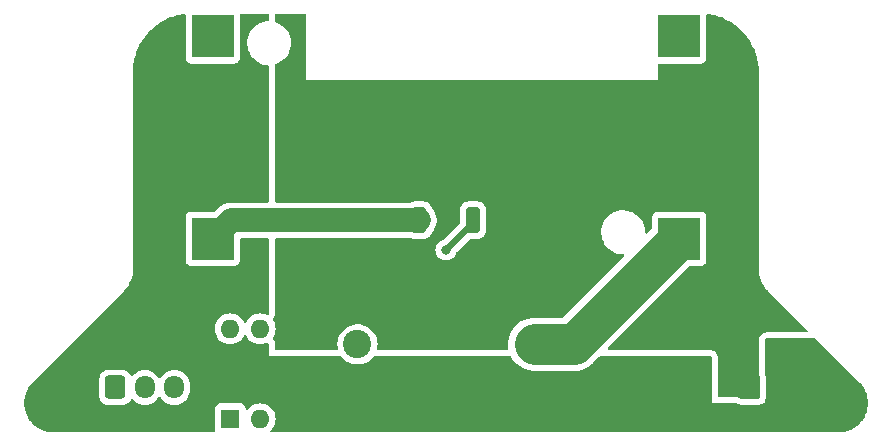
<source format=gbr>
%TF.GenerationSoftware,KiCad,Pcbnew,7.0.6*%
%TF.CreationDate,2023-09-03T00:14:34+09:00*%
%TF.ProjectId,KickerAdjust_20230828,4b69636b-6572-4416-946a-7573745f3230,rev?*%
%TF.SameCoordinates,Original*%
%TF.FileFunction,Copper,L2,Bot*%
%TF.FilePolarity,Positive*%
%FSLAX46Y46*%
G04 Gerber Fmt 4.6, Leading zero omitted, Abs format (unit mm)*
G04 Created by KiCad (PCBNEW 7.0.6) date 2023-09-03 00:14:34*
%MOMM*%
%LPD*%
G01*
G04 APERTURE LIST*
G04 Aperture macros list*
%AMRoundRect*
0 Rectangle with rounded corners*
0 $1 Rounding radius*
0 $2 $3 $4 $5 $6 $7 $8 $9 X,Y pos of 4 corners*
0 Add a 4 corners polygon primitive as box body*
4,1,4,$2,$3,$4,$5,$6,$7,$8,$9,$2,$3,0*
0 Add four circle primitives for the rounded corners*
1,1,$1+$1,$2,$3*
1,1,$1+$1,$4,$5*
1,1,$1+$1,$6,$7*
1,1,$1+$1,$8,$9*
0 Add four rect primitives between the rounded corners*
20,1,$1+$1,$2,$3,$4,$5,0*
20,1,$1+$1,$4,$5,$6,$7,0*
20,1,$1+$1,$6,$7,$8,$9,0*
20,1,$1+$1,$8,$9,$2,$3,0*%
G04 Aperture macros list end*
%TA.AperFunction,ComponentPad*%
%ADD10R,2.400000X2.400000*%
%TD*%
%TA.AperFunction,ComponentPad*%
%ADD11C,2.400000*%
%TD*%
%TA.AperFunction,ComponentPad*%
%ADD12R,1.600000X1.600000*%
%TD*%
%TA.AperFunction,ComponentPad*%
%ADD13O,1.600000X1.600000*%
%TD*%
%TA.AperFunction,ComponentPad*%
%ADD14R,3.600000X3.600000*%
%TD*%
%TA.AperFunction,SMDPad,CuDef*%
%ADD15RoundRect,0.250000X0.350000X-0.850000X0.350000X0.850000X-0.350000X0.850000X-0.350000X-0.850000X0*%
%TD*%
%TA.AperFunction,SMDPad,CuDef*%
%ADD16RoundRect,0.249997X2.650003X-2.950003X2.650003X2.950003X-2.650003X2.950003X-2.650003X-2.950003X0*%
%TD*%
%TA.AperFunction,SMDPad,CuDef*%
%ADD17RoundRect,0.250000X1.125000X-1.275000X1.125000X1.275000X-1.125000X1.275000X-1.125000X-1.275000X0*%
%TD*%
%TA.AperFunction,ComponentPad*%
%ADD18RoundRect,0.250000X-0.600000X-0.750000X0.600000X-0.750000X0.600000X0.750000X-0.600000X0.750000X0*%
%TD*%
%TA.AperFunction,ComponentPad*%
%ADD19O,1.700000X2.000000*%
%TD*%
%TA.AperFunction,ComponentPad*%
%ADD20RoundRect,0.250000X-0.600000X-0.725000X0.600000X-0.725000X0.600000X0.725000X-0.600000X0.725000X0*%
%TD*%
%TA.AperFunction,ComponentPad*%
%ADD21O,1.700000X1.950000*%
%TD*%
%TA.AperFunction,ViaPad*%
%ADD22C,0.800000*%
%TD*%
%TA.AperFunction,Conductor*%
%ADD23C,2.000000*%
%TD*%
%TA.AperFunction,Conductor*%
%ADD24C,3.500000*%
%TD*%
%TA.AperFunction,Conductor*%
%ADD25C,0.500000*%
%TD*%
G04 APERTURE END LIST*
D10*
%TO.P,C2,1*%
%TO.N,+36V*%
X92500000Y-123000000D03*
D11*
%TO.P,C2,2*%
%TO.N,GND*%
X92500000Y-118000000D03*
%TD*%
D12*
%TO.P,U1,1,Anode*%
%TO.N,Sig*%
X81725000Y-124300000D03*
D13*
%TO.P,U1,2,Cathode*%
%TO.N,GND*%
X84265000Y-124300000D03*
%TO.P,U1,3,Drain*%
%TO.N,Net-(Q1-G)*%
X84265000Y-116680000D03*
%TO.P,U1,4,Drain*%
X81725000Y-116680000D03*
%TD*%
D14*
%TO.P,U2,1,IN+*%
%TO.N,+5V*%
X80251500Y-91927500D03*
%TO.P,U2,2,IN-*%
%TO.N,GND*%
X80251500Y-109072500D03*
%TO.P,U2,3,OUT+*%
%TO.N,+36V*%
X119748500Y-91927500D03*
%TO.P,U2,4,OUT-*%
%TO.N,GND*%
X119748500Y-109072500D03*
%TD*%
D15*
%TO.P,Q1,1,G*%
%TO.N,Net-(Q1-G)*%
X102280000Y-107500000D03*
%TO.P,Q1,2,D*%
%TO.N,Solenoid*%
X100000000Y-107500000D03*
%TO.P,Q1,3,S*%
%TO.N,GND*%
X97720000Y-107500000D03*
D16*
%TO.P,Q1,2,D*%
%TO.N,Solenoid*%
X100000000Y-101200000D03*
D17*
X98475000Y-99525000D03*
X101525000Y-102875000D03*
X101525000Y-99525000D03*
X98475000Y-102875000D03*
%TD*%
D18*
%TO.P,J2,1,Pin_1*%
%TO.N,Solenoid*%
X125750000Y-121650000D03*
D19*
%TO.P,J2,2,Pin_2*%
%TO.N,+36V*%
X128250000Y-121650000D03*
%TD*%
D20*
%TO.P,J1,1,Pin_1*%
%TO.N,Sig*%
X72000000Y-121650000D03*
D21*
%TO.P,J1,2,Pin_2*%
%TO.N,+5V*%
X74500000Y-121650000D03*
%TO.P,J1,3,Pin_3*%
%TO.N,GND*%
X77000000Y-121650000D03*
%TD*%
D10*
%TO.P,C1,1*%
%TO.N,+36V*%
X107500000Y-123000000D03*
D11*
%TO.P,C1,2*%
%TO.N,GND*%
X107500000Y-118000000D03*
%TD*%
D22*
%TO.N,+36V*%
X89000000Y-121500000D03*
X89000000Y-123000000D03*
X89000000Y-124500000D03*
X90500000Y-124500000D03*
X90500000Y-123000000D03*
X90500000Y-121500000D03*
X94500000Y-121500000D03*
X94500000Y-123000000D03*
X94500000Y-124500000D03*
X96000000Y-124500000D03*
X96000000Y-123000000D03*
X96000000Y-121500000D03*
X97500000Y-121500000D03*
X97500000Y-123000000D03*
X97500000Y-124500000D03*
X99000000Y-124500000D03*
X99000000Y-123000000D03*
X99000000Y-121500000D03*
X100500000Y-121500000D03*
X100500000Y-123000000D03*
X100500000Y-124500000D03*
X102000000Y-124500000D03*
X102000000Y-123000000D03*
X102000000Y-121500000D03*
X103500000Y-121500000D03*
X103500000Y-123000000D03*
X103500000Y-124500000D03*
X105000000Y-124500000D03*
X105000000Y-123000000D03*
X105000000Y-121500000D03*
X109500000Y-121500000D03*
X109500000Y-123000000D03*
X109500000Y-124500000D03*
X111000000Y-124500000D03*
X111000000Y-123000000D03*
X111000000Y-121500000D03*
X112500000Y-121500000D03*
X112500000Y-123000000D03*
X112500000Y-124500000D03*
X114000000Y-124500000D03*
X114000000Y-123000000D03*
X114000000Y-120000000D03*
X114000000Y-121500000D03*
X127500000Y-118500000D03*
X129000000Y-118500000D03*
X130500000Y-118500000D03*
X130500000Y-120000000D03*
X132000000Y-120000000D03*
X133500000Y-121500000D03*
X132000000Y-121500000D03*
X130500000Y-121500000D03*
X130500000Y-123000000D03*
X132000000Y-123000000D03*
X133500000Y-123000000D03*
X133500000Y-124500000D03*
X132000000Y-124500000D03*
X130500000Y-124500000D03*
X129000000Y-124500000D03*
X127500000Y-124500000D03*
X126000000Y-124500000D03*
X124500000Y-124500000D03*
X123000000Y-124500000D03*
X121500000Y-124500000D03*
X121500000Y-123000000D03*
X120000000Y-123000000D03*
X120000000Y-124500000D03*
X118500000Y-124500000D03*
X117000000Y-124500000D03*
X115500000Y-124500000D03*
X115500000Y-123000000D03*
X117000000Y-123000000D03*
X118500000Y-123000000D03*
X118500000Y-121500000D03*
X117000000Y-121500000D03*
X115500000Y-121500000D03*
X115500000Y-120000000D03*
X117000000Y-120000000D03*
X118500000Y-120000000D03*
X120000000Y-120000000D03*
X120000000Y-121500000D03*
X121500000Y-121500000D03*
X121500000Y-120000000D03*
%TO.N,Solenoid*%
X109000000Y-105500000D03*
X109000000Y-104000000D03*
X110500000Y-105500000D03*
X110500000Y-104000000D03*
X110500000Y-102500000D03*
X112000000Y-104000000D03*
X112000000Y-102500000D03*
X112000000Y-101000000D03*
X116500000Y-99500000D03*
X113500000Y-102500000D03*
X113500000Y-101000000D03*
X113500000Y-99500000D03*
X115000000Y-101000000D03*
X115000000Y-99500000D03*
X115000000Y-98000000D03*
X116500000Y-98000000D03*
X116500000Y-96500000D03*
X91000000Y-101000000D03*
X91000000Y-99500000D03*
X91000000Y-98000000D03*
X91000000Y-96500000D03*
X89500000Y-96500000D03*
X89500000Y-98000000D03*
X89500000Y-99500000D03*
X89500000Y-101000000D03*
X89500000Y-104000000D03*
X91000000Y-104000000D03*
X91000000Y-102500000D03*
X89500000Y-102500000D03*
X86500000Y-102500000D03*
X86500000Y-101000000D03*
X86500000Y-99500000D03*
X86500000Y-98000000D03*
X86500000Y-96500000D03*
X88000000Y-96500000D03*
X88000000Y-98000000D03*
X88000000Y-99500000D03*
X88000000Y-101000000D03*
X88000000Y-102500000D03*
X88000000Y-104000000D03*
X86500000Y-104000000D03*
X86500000Y-105500000D03*
X88000000Y-105500000D03*
X89500000Y-105500000D03*
X91000000Y-105500000D03*
X92500000Y-105500000D03*
X92500000Y-104000000D03*
X92500000Y-102500000D03*
X92500000Y-101000000D03*
X92500000Y-99500000D03*
X92500000Y-98000000D03*
X92500000Y-96500000D03*
X94000000Y-96500000D03*
X94000000Y-98000000D03*
X94000000Y-99500000D03*
X94000000Y-101000000D03*
X94000000Y-102500000D03*
X94000000Y-104000000D03*
X94000000Y-105500000D03*
X95500000Y-105500000D03*
X95500000Y-104000000D03*
X95500000Y-102500000D03*
X95500000Y-101000000D03*
X95500000Y-99500000D03*
X95500000Y-98000000D03*
X95500000Y-96500000D03*
X97000000Y-96500000D03*
X98500000Y-96500000D03*
X100000000Y-96500000D03*
X101500000Y-96500000D03*
X103000000Y-96500000D03*
X106000000Y-101000000D03*
X106000000Y-99500000D03*
X106000000Y-98000000D03*
X106000000Y-96500000D03*
X104500000Y-96500000D03*
X104500000Y-98000000D03*
X104500000Y-99500000D03*
X104500000Y-101000000D03*
X104500000Y-102500000D03*
X106000000Y-102500000D03*
X106000000Y-104000000D03*
X104500000Y-104000000D03*
X104500000Y-105500000D03*
X106000000Y-105500000D03*
X107500000Y-105500000D03*
X107500000Y-104000000D03*
X109000000Y-102500000D03*
X107500000Y-102500000D03*
X107500000Y-101000000D03*
X109000000Y-101000000D03*
X110500000Y-101000000D03*
X112000000Y-99500000D03*
X110500000Y-99500000D03*
X109000000Y-99500000D03*
X107500000Y-99500000D03*
X107500000Y-98000000D03*
X107500000Y-96500000D03*
X109000000Y-96500000D03*
X109000000Y-98000000D03*
X110500000Y-98000000D03*
X110500000Y-96500000D03*
X112000000Y-96500000D03*
X112000000Y-98000000D03*
X113500000Y-98000000D03*
X113500000Y-96500000D03*
X115000000Y-96500000D03*
%TO.N,Net-(Q1-G)*%
X100000000Y-110000000D03*
%TD*%
D23*
%TO.N,GND*%
X81824000Y-107500000D02*
X80251500Y-109072500D01*
X97720000Y-107500000D02*
X81824000Y-107500000D01*
D24*
X110821000Y-118000000D02*
X119748500Y-109072500D01*
X107500000Y-118000000D02*
X110821000Y-118000000D01*
D25*
%TO.N,Net-(Q1-G)*%
X102280000Y-107720000D02*
X100000000Y-110000000D01*
X102280000Y-107500000D02*
X102280000Y-107720000D01*
%TD*%
%TA.AperFunction,Conductor*%
%TO.N,+36V*%
G36*
X84943039Y-90019685D02*
G01*
X84988794Y-90072489D01*
X85000000Y-90124000D01*
X84999999Y-90529318D01*
X84980314Y-90596358D01*
X84927510Y-90642112D01*
X84885051Y-90652987D01*
X84743844Y-90663323D01*
X84743831Y-90663325D01*
X84479453Y-90722217D01*
X84479446Y-90722220D01*
X84226439Y-90818987D01*
X83990226Y-90951557D01*
X83775822Y-91117112D01*
X83587822Y-91312109D01*
X83587816Y-91312116D01*
X83430202Y-91532419D01*
X83430199Y-91532424D01*
X83306350Y-91773309D01*
X83306343Y-91773327D01*
X83218884Y-92029685D01*
X83218881Y-92029699D01*
X83169681Y-92296068D01*
X83169680Y-92296075D01*
X83159787Y-92566763D01*
X83189413Y-92836013D01*
X83189415Y-92836024D01*
X83207108Y-92903700D01*
X83257928Y-93098088D01*
X83363870Y-93347390D01*
X83504979Y-93578605D01*
X83504986Y-93578615D01*
X83678253Y-93786819D01*
X83678259Y-93786824D01*
X83879998Y-93967582D01*
X84105910Y-94117044D01*
X84351176Y-94232020D01*
X84351183Y-94232022D01*
X84351185Y-94232023D01*
X84610557Y-94310057D01*
X84610564Y-94310058D01*
X84610569Y-94310060D01*
X84878561Y-94349500D01*
X84878579Y-94349500D01*
X84883086Y-94349831D01*
X84882960Y-94351543D01*
X84943039Y-94369185D01*
X84988794Y-94421989D01*
X85000000Y-94473500D01*
X85000000Y-105875500D01*
X84980315Y-105942539D01*
X84927511Y-105988294D01*
X84876000Y-105999500D01*
X81921019Y-105999500D01*
X81913347Y-105999024D01*
X81886221Y-105995643D01*
X81886219Y-105995643D01*
X81792965Y-105999500D01*
X81761933Y-105999500D01*
X81732216Y-106001962D01*
X81731009Y-106002062D01*
X81637763Y-106005919D01*
X81637750Y-106005920D01*
X81611016Y-106011526D01*
X81603408Y-106012635D01*
X81576185Y-106014890D01*
X81576175Y-106014892D01*
X81485711Y-106037801D01*
X81394395Y-106056948D01*
X81394379Y-106056953D01*
X81368935Y-106066881D01*
X81361616Y-106069226D01*
X81335120Y-106075936D01*
X81249659Y-106113422D01*
X81162723Y-106147345D01*
X81139247Y-106161333D01*
X81132413Y-106164851D01*
X81107388Y-106175829D01*
X81107385Y-106175830D01*
X81029275Y-106226862D01*
X80949101Y-106274637D01*
X80928250Y-106292297D01*
X80922087Y-106296892D01*
X80899216Y-106311834D01*
X80863578Y-106344641D01*
X80830564Y-106375033D01*
X80811376Y-106391284D01*
X80806869Y-106395102D01*
X80784922Y-106417049D01*
X80716262Y-106480256D01*
X80699471Y-106501827D01*
X80694382Y-106507588D01*
X80466289Y-106735681D01*
X80404966Y-106769166D01*
X80378608Y-106772000D01*
X78403629Y-106772000D01*
X78403623Y-106772001D01*
X78344016Y-106778408D01*
X78209171Y-106828702D01*
X78209164Y-106828706D01*
X78093955Y-106914952D01*
X78093952Y-106914955D01*
X78007706Y-107030164D01*
X78007702Y-107030171D01*
X77957408Y-107165017D01*
X77951001Y-107224616D01*
X77951000Y-107224635D01*
X77951000Y-110920370D01*
X77951001Y-110920376D01*
X77957408Y-110979983D01*
X78007702Y-111114828D01*
X78007706Y-111114835D01*
X78093952Y-111230044D01*
X78093955Y-111230047D01*
X78209164Y-111316293D01*
X78209171Y-111316297D01*
X78344017Y-111366591D01*
X78344016Y-111366591D01*
X78350944Y-111367335D01*
X78403627Y-111373000D01*
X82099372Y-111372999D01*
X82158983Y-111366591D01*
X82293831Y-111316296D01*
X82409046Y-111230046D01*
X82495296Y-111114831D01*
X82545591Y-110979983D01*
X82552000Y-110920373D01*
X82551999Y-109124499D01*
X82571684Y-109057461D01*
X82624487Y-109011706D01*
X82675999Y-109000500D01*
X84876000Y-109000500D01*
X84943039Y-109020185D01*
X84988794Y-109072989D01*
X85000000Y-109124500D01*
X85000000Y-115393152D01*
X84980315Y-115460191D01*
X84927511Y-115505946D01*
X84858353Y-115515890D01*
X84823595Y-115505534D01*
X84711496Y-115453261D01*
X84711492Y-115453260D01*
X84711488Y-115453258D01*
X84491697Y-115394366D01*
X84491693Y-115394365D01*
X84491692Y-115394365D01*
X84491691Y-115394364D01*
X84491686Y-115394364D01*
X84265002Y-115374532D01*
X84264998Y-115374532D01*
X84038313Y-115394364D01*
X84038302Y-115394366D01*
X83818511Y-115453258D01*
X83818502Y-115453261D01*
X83612267Y-115549431D01*
X83612265Y-115549432D01*
X83425858Y-115679954D01*
X83264954Y-115840858D01*
X83134432Y-116027265D01*
X83134431Y-116027267D01*
X83107382Y-116085275D01*
X83061209Y-116137714D01*
X82994016Y-116156866D01*
X82927135Y-116136650D01*
X82882618Y-116085275D01*
X82855568Y-116027266D01*
X82725047Y-115840861D01*
X82725045Y-115840858D01*
X82564141Y-115679954D01*
X82377734Y-115549432D01*
X82377732Y-115549431D01*
X82171497Y-115453261D01*
X82171488Y-115453258D01*
X81951697Y-115394366D01*
X81951693Y-115394365D01*
X81951692Y-115394365D01*
X81951691Y-115394364D01*
X81951686Y-115394364D01*
X81725002Y-115374532D01*
X81724998Y-115374532D01*
X81498313Y-115394364D01*
X81498302Y-115394366D01*
X81278511Y-115453258D01*
X81278502Y-115453261D01*
X81072267Y-115549431D01*
X81072265Y-115549432D01*
X80885858Y-115679954D01*
X80724954Y-115840858D01*
X80594432Y-116027265D01*
X80594431Y-116027267D01*
X80498261Y-116233502D01*
X80498258Y-116233511D01*
X80439366Y-116453302D01*
X80439364Y-116453313D01*
X80419532Y-116679998D01*
X80419532Y-116680001D01*
X80439364Y-116906686D01*
X80439366Y-116906697D01*
X80498258Y-117126488D01*
X80498261Y-117126497D01*
X80594431Y-117332732D01*
X80594432Y-117332734D01*
X80724954Y-117519141D01*
X80885858Y-117680045D01*
X80885861Y-117680047D01*
X81072266Y-117810568D01*
X81278504Y-117906739D01*
X81498308Y-117965635D01*
X81660230Y-117979801D01*
X81724998Y-117985468D01*
X81725000Y-117985468D01*
X81725002Y-117985468D01*
X81781673Y-117980509D01*
X81951692Y-117965635D01*
X82171496Y-117906739D01*
X82377734Y-117810568D01*
X82564139Y-117680047D01*
X82725047Y-117519139D01*
X82855568Y-117332734D01*
X82882618Y-117274724D01*
X82928790Y-117222285D01*
X82995983Y-117203133D01*
X83062865Y-117223348D01*
X83107382Y-117274725D01*
X83134429Y-117332728D01*
X83134432Y-117332734D01*
X83264954Y-117519141D01*
X83425858Y-117680045D01*
X83425861Y-117680047D01*
X83612266Y-117810568D01*
X83818504Y-117906739D01*
X84038308Y-117965635D01*
X84200230Y-117979801D01*
X84264998Y-117985468D01*
X84265000Y-117985468D01*
X84265002Y-117985468D01*
X84321673Y-117980509D01*
X84491692Y-117965635D01*
X84711496Y-117906739D01*
X84823595Y-117854465D01*
X84892673Y-117843974D01*
X84956457Y-117872494D01*
X84994696Y-117930970D01*
X85000000Y-117966848D01*
X85000000Y-119000000D01*
X91062737Y-119000000D01*
X91129776Y-119019685D01*
X91159683Y-119046686D01*
X91249950Y-119159877D01*
X91436783Y-119333232D01*
X91647366Y-119476805D01*
X91647371Y-119476807D01*
X91647372Y-119476808D01*
X91647373Y-119476809D01*
X91743270Y-119522990D01*
X91876992Y-119587387D01*
X91876993Y-119587387D01*
X91876996Y-119587389D01*
X92120542Y-119662513D01*
X92372565Y-119700500D01*
X92627435Y-119700500D01*
X92879458Y-119662513D01*
X93123004Y-119587389D01*
X93352634Y-119476805D01*
X93563217Y-119333232D01*
X93750050Y-119159877D01*
X93840316Y-119046686D01*
X93897505Y-119006547D01*
X93937263Y-119000000D01*
X105408288Y-119000000D01*
X105475327Y-119019685D01*
X105517030Y-119064408D01*
X105598823Y-119213663D01*
X105777551Y-119456234D01*
X105777554Y-119456238D01*
X105987020Y-119672824D01*
X106022067Y-119700500D01*
X106223478Y-119859553D01*
X106223480Y-119859554D01*
X106223485Y-119859558D01*
X106482730Y-120013109D01*
X106760128Y-120130736D01*
X107050729Y-120210340D01*
X107349347Y-120250500D01*
X107349351Y-120250500D01*
X110802153Y-120250500D01*
X110934027Y-120252704D01*
X111026125Y-120241880D01*
X111029140Y-120241603D01*
X111121634Y-120235412D01*
X111174567Y-120224651D01*
X111179629Y-120223840D01*
X111233274Y-120217538D01*
X111323070Y-120194545D01*
X111326042Y-120193863D01*
X111416903Y-120175396D01*
X111467929Y-120157677D01*
X111472847Y-120156197D01*
X111525165Y-120142802D01*
X111611129Y-120108031D01*
X111613938Y-120106976D01*
X111701537Y-120076560D01*
X111749738Y-120052202D01*
X111754440Y-120050069D01*
X111764204Y-120046119D01*
X111804489Y-120029826D01*
X111884999Y-119983938D01*
X111887731Y-119982471D01*
X111970459Y-119940668D01*
X112015003Y-119910089D01*
X112019330Y-119907377D01*
X112066264Y-119880629D01*
X112139976Y-119824391D01*
X112142444Y-119822605D01*
X112218869Y-119770144D01*
X112258926Y-119733913D01*
X112262871Y-119730634D01*
X112305816Y-119697872D01*
X112371360Y-119632326D01*
X112373594Y-119630201D01*
X112442333Y-119568032D01*
X112477202Y-119526786D01*
X112480684Y-119523002D01*
X112967368Y-119036319D01*
X113028691Y-119002834D01*
X113055049Y-119000000D01*
X122376000Y-119000000D01*
X122443039Y-119019685D01*
X122488794Y-119072489D01*
X122500000Y-119124000D01*
X122500000Y-123000000D01*
X124657993Y-123000000D01*
X124723089Y-123018461D01*
X124830659Y-123084810D01*
X124830660Y-123084810D01*
X124830666Y-123084814D01*
X124997203Y-123139999D01*
X125099991Y-123150500D01*
X126400008Y-123150499D01*
X126502797Y-123139999D01*
X126669334Y-123084814D01*
X126715715Y-123056206D01*
X126776911Y-123018461D01*
X126842007Y-123000000D01*
X127000000Y-123000000D01*
X127000000Y-122810941D01*
X127018462Y-122745844D01*
X127034814Y-122719334D01*
X127089999Y-122552797D01*
X127100500Y-122450009D01*
X127100499Y-120849992D01*
X127089999Y-120747203D01*
X127034814Y-120580666D01*
X127018461Y-120554153D01*
X127000000Y-120489057D01*
X127000000Y-117624000D01*
X127019685Y-117556961D01*
X127072489Y-117511206D01*
X127124000Y-117500000D01*
X131244420Y-117500000D01*
X131311459Y-117519685D01*
X131332101Y-117536319D01*
X134987076Y-121191294D01*
X134989581Y-121193951D01*
X135074566Y-121289586D01*
X135095495Y-121313137D01*
X135183554Y-121412852D01*
X135187950Y-121418446D01*
X135276632Y-121545683D01*
X135355576Y-121661226D01*
X135359065Y-121666980D01*
X135431629Y-121802732D01*
X135496363Y-121928491D01*
X135498974Y-121934273D01*
X135554934Y-122077246D01*
X135603869Y-122210738D01*
X135605650Y-122216426D01*
X135644385Y-122364861D01*
X135676540Y-122503848D01*
X135677552Y-122509330D01*
X135698572Y-122661299D01*
X135713322Y-122803519D01*
X135713641Y-122808699D01*
X135716656Y-122962172D01*
X135713694Y-123105430D01*
X135713408Y-123110227D01*
X135698497Y-123261632D01*
X135698147Y-123264494D01*
X135677659Y-123405122D01*
X135676866Y-123409472D01*
X135644267Y-123558050D01*
X135643483Y-123561223D01*
X135605755Y-123698239D01*
X135604557Y-123702094D01*
X135554724Y-123845803D01*
X135553426Y-123849217D01*
X135499043Y-123980506D01*
X135497547Y-123983838D01*
X135431155Y-124120718D01*
X135429275Y-124124292D01*
X135359084Y-124247821D01*
X135357396Y-124250618D01*
X135275360Y-124378772D01*
X135272845Y-124382409D01*
X135187954Y-124496253D01*
X135186177Y-124498524D01*
X135089586Y-124616219D01*
X135086396Y-124619813D01*
X134987276Y-124723116D01*
X134973861Y-124736015D01*
X134876529Y-124829595D01*
X134872640Y-124833032D01*
X134761783Y-124923054D01*
X134639322Y-125015754D01*
X134634730Y-125018915D01*
X134513910Y-125094334D01*
X134381344Y-125172029D01*
X134376064Y-125174791D01*
X134247393Y-125234432D01*
X134106396Y-125296103D01*
X134100460Y-125298345D01*
X133966248Y-125341338D01*
X133818459Y-125386167D01*
X133811923Y-125387768D01*
X133675265Y-125413484D01*
X133521715Y-125440902D01*
X133514656Y-125441749D01*
X133387928Y-125449624D01*
X133352790Y-125451695D01*
X133222214Y-125459393D01*
X133218593Y-125459500D01*
X85244049Y-125459500D01*
X85177010Y-125439815D01*
X85131255Y-125387011D01*
X85121311Y-125317853D01*
X85150336Y-125254297D01*
X85156368Y-125247819D01*
X85265045Y-125139141D01*
X85265044Y-125139141D01*
X85265047Y-125139139D01*
X85395568Y-124952734D01*
X85491739Y-124746496D01*
X85550635Y-124526692D01*
X85570468Y-124300000D01*
X85550635Y-124073308D01*
X85491739Y-123853504D01*
X85395568Y-123647266D01*
X85265047Y-123460861D01*
X85265045Y-123460858D01*
X85104141Y-123299954D01*
X84917734Y-123169432D01*
X84917732Y-123169431D01*
X84711497Y-123073261D01*
X84711488Y-123073258D01*
X84491697Y-123014366D01*
X84491693Y-123014365D01*
X84491692Y-123014365D01*
X84491691Y-123014364D01*
X84491686Y-123014364D01*
X84265002Y-122994532D01*
X84264998Y-122994532D01*
X84038313Y-123014364D01*
X84038302Y-123014366D01*
X83818511Y-123073258D01*
X83818502Y-123073261D01*
X83612267Y-123169431D01*
X83612265Y-123169432D01*
X83425858Y-123299954D01*
X83264954Y-123460858D01*
X83247725Y-123485464D01*
X83193147Y-123529088D01*
X83123648Y-123536280D01*
X83061294Y-123504757D01*
X83025882Y-123444526D01*
X83022861Y-123427591D01*
X83020913Y-123409472D01*
X83019091Y-123392517D01*
X82984567Y-123299954D01*
X82968797Y-123257671D01*
X82968793Y-123257664D01*
X82882547Y-123142455D01*
X82882544Y-123142452D01*
X82767335Y-123056206D01*
X82767328Y-123056202D01*
X82632482Y-123005908D01*
X82632483Y-123005908D01*
X82572883Y-122999501D01*
X82572881Y-122999500D01*
X82572873Y-122999500D01*
X82572864Y-122999500D01*
X80877129Y-122999500D01*
X80877123Y-122999501D01*
X80817516Y-123005908D01*
X80682671Y-123056202D01*
X80682664Y-123056206D01*
X80567455Y-123142452D01*
X80567452Y-123142455D01*
X80481206Y-123257664D01*
X80481202Y-123257671D01*
X80430908Y-123392517D01*
X80424501Y-123452116D01*
X80424500Y-123452135D01*
X80424500Y-125147870D01*
X80424501Y-125147876D01*
X80430908Y-125207483D01*
X80462494Y-125292167D01*
X80467478Y-125361858D01*
X80433993Y-125423182D01*
X80372670Y-125456666D01*
X80346312Y-125459500D01*
X66780870Y-125459500D01*
X66777220Y-125459392D01*
X66618375Y-125450027D01*
X66485249Y-125441762D01*
X66478187Y-125440915D01*
X66325700Y-125413688D01*
X66187986Y-125387774D01*
X66181450Y-125386173D01*
X66034309Y-125341541D01*
X65899439Y-125298336D01*
X65893504Y-125296094D01*
X65752994Y-125234636D01*
X65623835Y-125174771D01*
X65618555Y-125172008D01*
X65486358Y-125094528D01*
X65365168Y-125018879D01*
X65360577Y-125015717D01*
X65281203Y-124955634D01*
X65238428Y-124923255D01*
X65127223Y-124832951D01*
X65123365Y-124829539D01*
X65012870Y-124723302D01*
X64913501Y-124619740D01*
X64910324Y-124616162D01*
X64813935Y-124498713D01*
X64812159Y-124496443D01*
X64727053Y-124382311D01*
X64724551Y-124378694D01*
X64642663Y-124250774D01*
X64640985Y-124247994D01*
X64570628Y-124124169D01*
X64568749Y-124120596D01*
X64502488Y-123983987D01*
X64501000Y-123980675D01*
X64446487Y-123849071D01*
X64445210Y-123845712D01*
X64395453Y-123702223D01*
X64394255Y-123698368D01*
X64356438Y-123561024D01*
X64355673Y-123557929D01*
X64323119Y-123409558D01*
X64322339Y-123405278D01*
X64301797Y-123264287D01*
X64301459Y-123261522D01*
X64286567Y-123110316D01*
X64286285Y-123105578D01*
X64283316Y-122961927D01*
X64286323Y-122808805D01*
X64286640Y-122803655D01*
X64301432Y-122661030D01*
X64322407Y-122509390D01*
X64323410Y-122503957D01*
X64341677Y-122425001D01*
X70649500Y-122425001D01*
X70649501Y-122425018D01*
X70660000Y-122527796D01*
X70660001Y-122527799D01*
X70704140Y-122660999D01*
X70715186Y-122694334D01*
X70807288Y-122843656D01*
X70931344Y-122967712D01*
X71080666Y-123059814D01*
X71247203Y-123114999D01*
X71349991Y-123125500D01*
X72650008Y-123125499D01*
X72752797Y-123114999D01*
X72919334Y-123059814D01*
X73068656Y-122967712D01*
X73192712Y-122843656D01*
X73284814Y-122694334D01*
X73284814Y-122694331D01*
X73288178Y-122688879D01*
X73340126Y-122642154D01*
X73409088Y-122630931D01*
X73473170Y-122658774D01*
X73481398Y-122666294D01*
X73628599Y-122813495D01*
X73671675Y-122843657D01*
X73822165Y-122949032D01*
X73822167Y-122949033D01*
X73822170Y-122949035D01*
X74036337Y-123048903D01*
X74036343Y-123048904D01*
X74036344Y-123048905D01*
X74070754Y-123058125D01*
X74264592Y-123110063D01*
X74441034Y-123125500D01*
X74499999Y-123130659D01*
X74500000Y-123130659D01*
X74500001Y-123130659D01*
X74558966Y-123125500D01*
X74735408Y-123110063D01*
X74963663Y-123048903D01*
X75177829Y-122949035D01*
X75371401Y-122813495D01*
X75538495Y-122646401D01*
X75648426Y-122489401D01*
X75703001Y-122445778D01*
X75772500Y-122438584D01*
X75834855Y-122470106D01*
X75851571Y-122489398D01*
X75895962Y-122552795D01*
X75961506Y-122646403D01*
X76060946Y-122745842D01*
X76128599Y-122813495D01*
X76171675Y-122843657D01*
X76322165Y-122949032D01*
X76322167Y-122949033D01*
X76322170Y-122949035D01*
X76536337Y-123048903D01*
X76536343Y-123048904D01*
X76536344Y-123048905D01*
X76570754Y-123058125D01*
X76764592Y-123110063D01*
X76941034Y-123125500D01*
X76999999Y-123130659D01*
X77000000Y-123130659D01*
X77000001Y-123130659D01*
X77058966Y-123125500D01*
X77235408Y-123110063D01*
X77463663Y-123048903D01*
X77677829Y-122949035D01*
X77871401Y-122813495D01*
X78038495Y-122646401D01*
X78174035Y-122452829D01*
X78273903Y-122238663D01*
X78335063Y-122010408D01*
X78350500Y-121833966D01*
X78350500Y-121466034D01*
X78335063Y-121289592D01*
X78273903Y-121061337D01*
X78174035Y-120847171D01*
X78161936Y-120829891D01*
X78038494Y-120653597D01*
X77871402Y-120486506D01*
X77871395Y-120486501D01*
X77677834Y-120350967D01*
X77677830Y-120350965D01*
X77637777Y-120332288D01*
X77463663Y-120251097D01*
X77463659Y-120251096D01*
X77463655Y-120251094D01*
X77235413Y-120189938D01*
X77235403Y-120189936D01*
X77000001Y-120169341D01*
X76999999Y-120169341D01*
X76764596Y-120189936D01*
X76764586Y-120189938D01*
X76536344Y-120251094D01*
X76536335Y-120251098D01*
X76322171Y-120350964D01*
X76322169Y-120350965D01*
X76128597Y-120486505D01*
X75961505Y-120653597D01*
X75851575Y-120810595D01*
X75796998Y-120854220D01*
X75727500Y-120861414D01*
X75665145Y-120829891D01*
X75648425Y-120810595D01*
X75538494Y-120653597D01*
X75371402Y-120486506D01*
X75371395Y-120486501D01*
X75177834Y-120350967D01*
X75177830Y-120350965D01*
X75137777Y-120332288D01*
X74963663Y-120251097D01*
X74963659Y-120251096D01*
X74963655Y-120251094D01*
X74735413Y-120189938D01*
X74735403Y-120189936D01*
X74500001Y-120169341D01*
X74499999Y-120169341D01*
X74264596Y-120189936D01*
X74264586Y-120189938D01*
X74036344Y-120251094D01*
X74036335Y-120251098D01*
X73822171Y-120350964D01*
X73822169Y-120350965D01*
X73628597Y-120486505D01*
X73481398Y-120633705D01*
X73420075Y-120667190D01*
X73350383Y-120662206D01*
X73294450Y-120620334D01*
X73288178Y-120611120D01*
X73192712Y-120456344D01*
X73068657Y-120332289D01*
X73068656Y-120332288D01*
X72939629Y-120252704D01*
X72919336Y-120240187D01*
X72919331Y-120240185D01*
X72904924Y-120235411D01*
X72752797Y-120185001D01*
X72752795Y-120185000D01*
X72650010Y-120174500D01*
X71349998Y-120174500D01*
X71349981Y-120174501D01*
X71247203Y-120185000D01*
X71247200Y-120185001D01*
X71080668Y-120240185D01*
X71080663Y-120240187D01*
X70931342Y-120332289D01*
X70807289Y-120456342D01*
X70715187Y-120605663D01*
X70715185Y-120605668D01*
X70696450Y-120662206D01*
X70660001Y-120772203D01*
X70660001Y-120772204D01*
X70660000Y-120772204D01*
X70649500Y-120874983D01*
X70649500Y-122425001D01*
X64341677Y-122425001D01*
X64355662Y-122364552D01*
X64394300Y-122216485D01*
X64396072Y-122210828D01*
X64445199Y-122076814D01*
X64500970Y-121934321D01*
X64503555Y-121928598D01*
X64568346Y-121802732D01*
X64568643Y-121802156D01*
X64587759Y-121766391D01*
X64640874Y-121667021D01*
X64644338Y-121661310D01*
X64723858Y-121544923D01*
X64811975Y-121418495D01*
X64816356Y-121412919D01*
X64908699Y-121308368D01*
X65010062Y-121194304D01*
X65012534Y-121191683D01*
X72710249Y-113493967D01*
X72719329Y-113489009D01*
X72747382Y-113457021D01*
X72750137Y-113454079D01*
X72753767Y-113450450D01*
X72754121Y-113450097D01*
X72754120Y-113450096D01*
X72754190Y-113450027D01*
X72754191Y-113450023D01*
X72762583Y-113441752D01*
X72763011Y-113441230D01*
X72789907Y-113414411D01*
X72790399Y-113413800D01*
X72853409Y-113350794D01*
X72957898Y-113219773D01*
X72959520Y-113218634D01*
X72961759Y-113215284D01*
X72964824Y-113211089D01*
X72981690Y-113189940D01*
X72983517Y-113187757D01*
X73022601Y-113143189D01*
X73026712Y-113134193D01*
X73026669Y-113134166D01*
X73026876Y-113133836D01*
X73027262Y-113132992D01*
X73028515Y-113131226D01*
X73028520Y-113131220D01*
X73137670Y-112957512D01*
X73139075Y-112956269D01*
X73139941Y-112954515D01*
X73143050Y-112948951D01*
X73177944Y-112893420D01*
X73178964Y-112891300D01*
X73183268Y-112883762D01*
X73184156Y-112882432D01*
X73185568Y-112877587D01*
X73280064Y-112681369D01*
X73281880Y-112679358D01*
X73282690Y-112676974D01*
X73285539Y-112670002D01*
X73299803Y-112640384D01*
X73310665Y-112609341D01*
X73313578Y-112602402D01*
X73314200Y-112601139D01*
X73314817Y-112597475D01*
X73386706Y-112392027D01*
X73388869Y-112389012D01*
X73389477Y-112385956D01*
X73391769Y-112377560D01*
X73392562Y-112375294D01*
X73407180Y-112311250D01*
X73408917Y-112305113D01*
X73409313Y-112303943D01*
X73409445Y-112301325D01*
X73455056Y-112101489D01*
X73455385Y-112099552D01*
X73455597Y-112099115D01*
X73455831Y-112098094D01*
X73456069Y-112098148D01*
X73459108Y-112091917D01*
X73463157Y-112030194D01*
X73463411Y-112027330D01*
X73466523Y-111999716D01*
X73467325Y-111994563D01*
X73468009Y-111991123D01*
X73467816Y-111988242D01*
X73486500Y-111822407D01*
X73486501Y-111822402D01*
X73486500Y-111681977D01*
X73486500Y-111681477D01*
X73486500Y-111676376D01*
X73486633Y-111672317D01*
X73489208Y-111633051D01*
X73486500Y-111618475D01*
X73486500Y-94960000D01*
X73495488Y-94742684D01*
X73504160Y-94544058D01*
X73504573Y-94539140D01*
X73531471Y-94323358D01*
X73533223Y-94310057D01*
X73557886Y-94122715D01*
X73558675Y-94118087D01*
X73558895Y-94117042D01*
X73603166Y-93905896D01*
X73618888Y-93834983D01*
X73647165Y-93707435D01*
X73648256Y-93703225D01*
X73710096Y-93495508D01*
X73771334Y-93301293D01*
X73772679Y-93297472D01*
X73851448Y-93095606D01*
X73929498Y-92907180D01*
X73931048Y-92903739D01*
X74026217Y-92709069D01*
X74120529Y-92527899D01*
X74122203Y-92524897D01*
X74233167Y-92338675D01*
X74343014Y-92166252D01*
X74344783Y-92163631D01*
X74470802Y-91987130D01*
X74595390Y-91824765D01*
X74597146Y-91822588D01*
X74737399Y-91656991D01*
X74876620Y-91505058D01*
X75031046Y-91350632D01*
X75033019Y-91348824D01*
X75182998Y-91211393D01*
X75348568Y-91071163D01*
X75350778Y-91069381D01*
X75513158Y-90944782D01*
X75689625Y-90818787D01*
X75692222Y-90817034D01*
X75864702Y-90707151D01*
X76050861Y-90596225D01*
X76053894Y-90594533D01*
X76235149Y-90500179D01*
X76259556Y-90488246D01*
X76429698Y-90405069D01*
X76433136Y-90403518D01*
X76621737Y-90325397D01*
X76823451Y-90246687D01*
X76827223Y-90245359D01*
X77021766Y-90184020D01*
X77229154Y-90122277D01*
X77233395Y-90121178D01*
X77432212Y-90077100D01*
X77644078Y-90032677D01*
X77648612Y-90031904D01*
X77810817Y-90010549D01*
X77879851Y-90021315D01*
X77932106Y-90067695D01*
X77951000Y-90133488D01*
X77951000Y-93775370D01*
X77951001Y-93775376D01*
X77957408Y-93834983D01*
X78007702Y-93969828D01*
X78007706Y-93969835D01*
X78093952Y-94085044D01*
X78093955Y-94085047D01*
X78209164Y-94171293D01*
X78209171Y-94171297D01*
X78344017Y-94221591D01*
X78344016Y-94221591D01*
X78350944Y-94222335D01*
X78403627Y-94228000D01*
X82099372Y-94227999D01*
X82158983Y-94221591D01*
X82293831Y-94171296D01*
X82409046Y-94085046D01*
X82495296Y-93969831D01*
X82545591Y-93834983D01*
X82552000Y-93775373D01*
X82551999Y-90123999D01*
X82571684Y-90056961D01*
X82624488Y-90011206D01*
X82675999Y-90000000D01*
X84876000Y-90000000D01*
X84943039Y-90019685D01*
G37*
%TD.AperFunction*%
%TD*%
%TA.AperFunction,Conductor*%
%TO.N,Solenoid*%
G36*
X88056539Y-90019685D02*
G01*
X88102294Y-90072489D01*
X88113500Y-90124000D01*
X88113500Y-95574467D01*
X88113416Y-95574889D01*
X88113459Y-95599001D01*
X88113500Y-95599099D01*
X88113616Y-95599382D01*
X88113618Y-95599384D01*
X88113808Y-95599462D01*
X88114000Y-95599541D01*
X88114002Y-95599539D01*
X88138616Y-95599524D01*
X88138616Y-95599528D01*
X88138760Y-95599500D01*
X117881740Y-95599500D01*
X117881883Y-95599528D01*
X117881884Y-95599524D01*
X117906497Y-95599539D01*
X117906500Y-95599541D01*
X117906883Y-95599383D01*
X117907000Y-95599099D01*
X117907041Y-95599000D01*
X117907040Y-95598997D01*
X117907083Y-95574889D01*
X117907000Y-95574467D01*
X117907000Y-94351999D01*
X117926685Y-94284960D01*
X117979489Y-94239205D01*
X118031000Y-94227999D01*
X121596371Y-94227999D01*
X121596372Y-94227999D01*
X121655983Y-94221591D01*
X121790831Y-94171296D01*
X121906046Y-94085046D01*
X121992296Y-93969831D01*
X122042591Y-93834983D01*
X122049000Y-93775373D01*
X122048999Y-90137168D01*
X122068684Y-90070130D01*
X122121488Y-90024375D01*
X122189180Y-90014230D01*
X122320905Y-90031572D01*
X122323265Y-90031883D01*
X122327894Y-90032671D01*
X122540182Y-90077183D01*
X122738541Y-90121158D01*
X122742759Y-90122252D01*
X122950532Y-90184109D01*
X123144658Y-90245317D01*
X123148530Y-90246680D01*
X123225622Y-90276762D01*
X123350440Y-90325467D01*
X123538770Y-90403475D01*
X123542240Y-90405039D01*
X123653269Y-90459318D01*
X123737009Y-90500257D01*
X123917991Y-90594469D01*
X123921100Y-90596203D01*
X124107397Y-90707211D01*
X124279654Y-90816951D01*
X124282369Y-90818783D01*
X124458936Y-90944850D01*
X124621112Y-91069291D01*
X124623389Y-91071127D01*
X124789085Y-91211464D01*
X124940874Y-91350553D01*
X125095448Y-91505127D01*
X125234541Y-91656921D01*
X125374865Y-91822602D01*
X125376742Y-91824930D01*
X125501119Y-91987021D01*
X125627242Y-92163667D01*
X125629073Y-92166381D01*
X125738751Y-92338539D01*
X125849811Y-92524924D01*
X125851544Y-92528032D01*
X125945700Y-92708902D01*
X126040968Y-92903775D01*
X126042549Y-92907280D01*
X126120483Y-93095434D01*
X126199328Y-93297492D01*
X126200700Y-93301387D01*
X126261835Y-93495282D01*
X126323752Y-93703258D01*
X126324860Y-93707530D01*
X126368746Y-93905484D01*
X126413338Y-94118156D01*
X126414127Y-94122788D01*
X126440443Y-94322672D01*
X126467429Y-94539173D01*
X126467846Y-94544140D01*
X126476468Y-94741640D01*
X126485500Y-94960000D01*
X126485500Y-111588396D01*
X126482394Y-111598970D01*
X126485343Y-111643966D01*
X126485476Y-111648020D01*
X126485479Y-111794403D01*
X126504214Y-111960635D01*
X126503867Y-111962614D01*
X126504673Y-111966665D01*
X126505474Y-111971817D01*
X126508546Y-111999079D01*
X126508804Y-112001969D01*
X126512670Y-112060960D01*
X126516082Y-112070111D01*
X126516158Y-112070094D01*
X126516286Y-112070656D01*
X126516589Y-112071468D01*
X126516931Y-112073481D01*
X126562630Y-112273683D01*
X126562517Y-112275512D01*
X126563110Y-112277257D01*
X126564846Y-112283391D01*
X126579431Y-112347288D01*
X126579438Y-112347313D01*
X126580190Y-112349461D01*
X126582479Y-112357847D01*
X126582791Y-112359416D01*
X126585230Y-112363861D01*
X126657284Y-112569770D01*
X126657419Y-112572424D01*
X126658481Y-112574577D01*
X126661398Y-112581527D01*
X126672194Y-112612379D01*
X126686377Y-112641830D01*
X126689230Y-112648808D01*
X126689667Y-112650097D01*
X126691804Y-112653099D01*
X126786530Y-112849794D01*
X126787123Y-112853397D01*
X126788790Y-112855891D01*
X126793105Y-112863446D01*
X126794056Y-112865421D01*
X126794057Y-112865424D01*
X126828846Y-112920790D01*
X126831958Y-112926358D01*
X126832419Y-112927292D01*
X126834097Y-112929146D01*
X126943478Y-113103224D01*
X126944827Y-113105125D01*
X126945013Y-113105668D01*
X126945328Y-113106168D01*
X126945211Y-113106241D01*
X126947598Y-113113176D01*
X126988702Y-113160040D01*
X126990541Y-113162239D01*
X127001622Y-113176133D01*
X127007048Y-113182938D01*
X127010126Y-113187150D01*
X127011745Y-113189573D01*
X127013708Y-113191289D01*
X127118584Y-113322799D01*
X127210739Y-113414955D01*
X127210752Y-113414970D01*
X127217808Y-113422025D01*
X127217809Y-113422027D01*
X127221861Y-113426079D01*
X127224619Y-113429024D01*
X127250221Y-113458214D01*
X127262257Y-113466475D01*
X130578601Y-116782819D01*
X130612086Y-116844142D01*
X130607102Y-116913834D01*
X130565230Y-116969767D01*
X130499766Y-116994184D01*
X130490920Y-116994500D01*
X127124000Y-116994500D01*
X127123991Y-116994500D01*
X127123990Y-116994501D01*
X127016549Y-117006052D01*
X127016537Y-117006054D01*
X126965027Y-117017260D01*
X126862502Y-117051383D01*
X126862496Y-117051386D01*
X126741462Y-117129171D01*
X126741451Y-117129179D01*
X126688659Y-117174923D01*
X126594433Y-117283664D01*
X126594430Y-117283668D01*
X126534664Y-117414534D01*
X126514978Y-117481575D01*
X126514976Y-117481580D01*
X126494500Y-117624001D01*
X126494500Y-120489059D01*
X126513679Y-120626977D01*
X126532139Y-120692068D01*
X126532144Y-120692082D01*
X126543234Y-120717287D01*
X126559555Y-120754379D01*
X126561655Y-120759840D01*
X126588470Y-120840761D01*
X126594121Y-120867150D01*
X126594677Y-120872592D01*
X126594999Y-120878903D01*
X126594999Y-122421091D01*
X126594677Y-122427400D01*
X126594121Y-122432841D01*
X126588470Y-122459236D01*
X126568675Y-122518973D01*
X126528902Y-122576418D01*
X126514953Y-122585592D01*
X126515186Y-122585970D01*
X126466586Y-122615945D01*
X126440496Y-122628111D01*
X126409235Y-122638470D01*
X126382857Y-122644120D01*
X126381681Y-122644240D01*
X126377400Y-122644677D01*
X126371098Y-122644999D01*
X125128907Y-122644999D01*
X125122598Y-122644677D01*
X125117157Y-122644121D01*
X125090759Y-122638469D01*
X125059503Y-122628111D01*
X125033416Y-122615947D01*
X125024327Y-122610341D01*
X124988460Y-122588219D01*
X124924734Y-122560179D01*
X124861011Y-122532141D01*
X124861008Y-122532140D01*
X124838568Y-122525776D01*
X124795913Y-122513679D01*
X124657995Y-122494500D01*
X124657993Y-122494500D01*
X123129500Y-122494500D01*
X123062461Y-122474815D01*
X123016706Y-122422011D01*
X123005500Y-122370500D01*
X123005500Y-119124009D01*
X123005500Y-119124000D01*
X122993947Y-119016544D01*
X122982741Y-118965033D01*
X122982637Y-118964722D01*
X122948616Y-118862502D01*
X122948613Y-118862496D01*
X122870828Y-118741462D01*
X122870825Y-118741457D01*
X122870820Y-118741451D01*
X122825076Y-118688659D01*
X122825072Y-118688656D01*
X122825070Y-118688653D01*
X122716336Y-118594433D01*
X122716333Y-118594431D01*
X122716331Y-118594430D01*
X122585465Y-118534664D01*
X122585460Y-118534662D01*
X122585459Y-118534662D01*
X122562858Y-118528025D01*
X122518425Y-118514978D01*
X122518419Y-118514976D01*
X122432966Y-118502690D01*
X122376000Y-118494500D01*
X122375998Y-118494500D01*
X113808550Y-118494500D01*
X113741511Y-118474815D01*
X113695756Y-118422011D01*
X113685812Y-118352853D01*
X113714837Y-118289297D01*
X113720869Y-118282819D01*
X120594369Y-111409318D01*
X120655692Y-111375833D01*
X120682050Y-111372999D01*
X121596371Y-111372999D01*
X121596372Y-111372999D01*
X121655983Y-111366591D01*
X121790831Y-111316296D01*
X121906046Y-111230046D01*
X121992296Y-111114831D01*
X122042591Y-110979983D01*
X122049000Y-110920373D01*
X122048999Y-107224628D01*
X122042591Y-107165017D01*
X122029674Y-107130386D01*
X121992297Y-107030171D01*
X121992293Y-107030164D01*
X121906047Y-106914955D01*
X121906044Y-106914952D01*
X121790835Y-106828706D01*
X121790828Y-106828702D01*
X121655982Y-106778408D01*
X121655983Y-106778408D01*
X121596383Y-106772001D01*
X121596381Y-106772000D01*
X121596373Y-106772000D01*
X121596364Y-106772000D01*
X117900629Y-106772000D01*
X117900623Y-106772001D01*
X117841016Y-106778408D01*
X117706171Y-106828702D01*
X117706164Y-106828706D01*
X117590955Y-106914952D01*
X117590952Y-106914955D01*
X117504706Y-107030164D01*
X117504702Y-107030171D01*
X117454408Y-107165017D01*
X117448001Y-107224616D01*
X117448001Y-107224623D01*
X117448000Y-107224635D01*
X117448000Y-108138949D01*
X117428315Y-108205988D01*
X117411681Y-108226630D01*
X117049494Y-108588816D01*
X116988171Y-108622301D01*
X116918479Y-108617317D01*
X116862546Y-108575445D01*
X116838129Y-108509981D01*
X116837896Y-108496605D01*
X116840212Y-108433235D01*
X116825340Y-108298075D01*
X116810586Y-108163982D01*
X116742072Y-107901912D01*
X116636130Y-107652610D01*
X116495018Y-107421390D01*
X116405747Y-107314119D01*
X116321746Y-107213180D01*
X116321740Y-107213175D01*
X116120002Y-107032418D01*
X115894092Y-106882957D01*
X115778364Y-106828706D01*
X115648824Y-106767980D01*
X115648819Y-106767978D01*
X115648814Y-106767976D01*
X115389442Y-106689942D01*
X115389428Y-106689939D01*
X115273791Y-106672921D01*
X115121439Y-106650500D01*
X114918369Y-106650500D01*
X114918364Y-106650500D01*
X114715844Y-106665323D01*
X114715831Y-106665325D01*
X114451453Y-106724217D01*
X114451446Y-106724220D01*
X114198439Y-106820987D01*
X113962226Y-106953557D01*
X113747822Y-107119112D01*
X113559822Y-107314109D01*
X113559816Y-107314116D01*
X113402202Y-107534419D01*
X113402199Y-107534424D01*
X113278350Y-107775309D01*
X113278343Y-107775327D01*
X113190884Y-108031685D01*
X113190881Y-108031699D01*
X113141681Y-108298068D01*
X113141680Y-108298075D01*
X113131787Y-108568763D01*
X113161413Y-108838013D01*
X113161415Y-108838024D01*
X113227290Y-109089998D01*
X113229928Y-109100088D01*
X113335870Y-109349390D01*
X113408125Y-109467784D01*
X113476979Y-109580605D01*
X113476986Y-109580615D01*
X113650253Y-109788819D01*
X113650259Y-109788824D01*
X113811649Y-109933429D01*
X113851998Y-109969582D01*
X114077910Y-110119044D01*
X114323176Y-110234020D01*
X114323183Y-110234022D01*
X114323185Y-110234023D01*
X114582557Y-110312057D01*
X114582564Y-110312058D01*
X114582569Y-110312060D01*
X114850561Y-110351500D01*
X114850566Y-110351500D01*
X114987449Y-110351500D01*
X115054488Y-110371185D01*
X115100243Y-110423989D01*
X115110187Y-110493147D01*
X115081162Y-110556703D01*
X115075130Y-110563181D01*
X109925132Y-115713181D01*
X109863809Y-115746666D01*
X109837451Y-115749500D01*
X107424748Y-115749500D01*
X107199368Y-115764587D01*
X107199359Y-115764589D01*
X106904094Y-115824604D01*
X106619464Y-115923439D01*
X106619459Y-115923441D01*
X106350546Y-116059328D01*
X106102125Y-116229860D01*
X105878665Y-116431969D01*
X105684132Y-116662064D01*
X105522006Y-116916030D01*
X105522005Y-116916032D01*
X105412873Y-117151208D01*
X105395177Y-117189342D01*
X105395176Y-117189346D01*
X105305907Y-117477118D01*
X105255791Y-117774230D01*
X105245723Y-118075373D01*
X105274164Y-118358088D01*
X105261289Y-118426762D01*
X105213330Y-118477572D01*
X105150787Y-118494500D01*
X94286856Y-118494500D01*
X94219817Y-118474815D01*
X94174062Y-118422011D01*
X94164118Y-118352853D01*
X94165965Y-118342908D01*
X94178201Y-118289297D01*
X94186222Y-118254157D01*
X94205268Y-118000000D01*
X94186222Y-117745843D01*
X94129508Y-117497363D01*
X94036393Y-117260112D01*
X93908959Y-117039388D01*
X93750050Y-116840123D01*
X93563217Y-116666768D01*
X93352634Y-116523195D01*
X93352630Y-116523193D01*
X93352627Y-116523191D01*
X93352626Y-116523190D01*
X93123006Y-116412612D01*
X93123008Y-116412612D01*
X92879466Y-116337489D01*
X92879462Y-116337488D01*
X92879458Y-116337487D01*
X92758231Y-116319214D01*
X92627440Y-116299500D01*
X92627435Y-116299500D01*
X92372565Y-116299500D01*
X92372559Y-116299500D01*
X92215609Y-116323157D01*
X92120542Y-116337487D01*
X92120538Y-116337488D01*
X92120539Y-116337488D01*
X92120533Y-116337489D01*
X91876992Y-116412612D01*
X91647373Y-116523190D01*
X91647372Y-116523191D01*
X91436782Y-116666768D01*
X91249952Y-116840121D01*
X91249950Y-116840123D01*
X91091041Y-117039388D01*
X90963608Y-117260109D01*
X90870492Y-117497362D01*
X90870490Y-117497369D01*
X90813777Y-117745845D01*
X90794732Y-117999995D01*
X90794732Y-118000004D01*
X90813776Y-118254147D01*
X90813777Y-118254152D01*
X90834035Y-118342908D01*
X90829762Y-118412646D01*
X90788463Y-118469004D01*
X90723251Y-118494087D01*
X90713144Y-118494500D01*
X85629500Y-118494500D01*
X85562461Y-118474815D01*
X85516706Y-118422011D01*
X85505500Y-118370500D01*
X85505500Y-117966849D01*
X85500064Y-117892909D01*
X85494761Y-117857042D01*
X85494761Y-117857041D01*
X85489756Y-117834678D01*
X85478575Y-117784712D01*
X85478573Y-117784707D01*
X85417775Y-117654324D01*
X85417772Y-117654320D01*
X85417769Y-117654312D01*
X85379530Y-117595836D01*
X85379528Y-117595834D01*
X85379527Y-117595832D01*
X85350286Y-117562623D01*
X85320757Y-117499300D01*
X85330151Y-117430065D01*
X85341777Y-117409555D01*
X85395566Y-117332737D01*
X85395568Y-117332733D01*
X85491739Y-117126496D01*
X85550635Y-116906692D01*
X85570468Y-116680000D01*
X85568544Y-116658013D01*
X85556749Y-116523190D01*
X85550635Y-116453308D01*
X85491739Y-116233504D01*
X85395568Y-116027266D01*
X85341742Y-115950395D01*
X85319416Y-115884190D01*
X85336426Y-115816423D01*
X85349606Y-115798069D01*
X85405567Y-115733488D01*
X85465338Y-115602611D01*
X85485023Y-115535572D01*
X85485024Y-115535568D01*
X85505500Y-115393152D01*
X85505500Y-110000000D01*
X99094540Y-110000000D01*
X99114326Y-110188256D01*
X99114327Y-110188259D01*
X99172818Y-110368277D01*
X99172821Y-110368284D01*
X99267467Y-110532216D01*
X99394129Y-110672888D01*
X99547265Y-110784148D01*
X99547270Y-110784151D01*
X99720192Y-110861142D01*
X99720197Y-110861144D01*
X99905354Y-110900500D01*
X99905355Y-110900500D01*
X100094644Y-110900500D01*
X100094646Y-110900500D01*
X100279803Y-110861144D01*
X100452730Y-110784151D01*
X100605871Y-110672888D01*
X100732533Y-110532216D01*
X100827179Y-110368284D01*
X100882522Y-110197955D01*
X100912769Y-110148597D01*
X101924549Y-109136818D01*
X101985872Y-109103333D01*
X102012230Y-109100499D01*
X102680002Y-109100499D01*
X102680008Y-109100499D01*
X102684032Y-109100088D01*
X102769062Y-109091402D01*
X102782797Y-109089999D01*
X102949334Y-109034814D01*
X103098656Y-108942712D01*
X103222712Y-108818656D01*
X103314814Y-108669334D01*
X103369999Y-108502797D01*
X103380500Y-108400009D01*
X103380499Y-106599992D01*
X103369999Y-106497203D01*
X103314814Y-106330666D01*
X103222712Y-106181344D01*
X103098656Y-106057288D01*
X102949334Y-105965186D01*
X102782797Y-105910001D01*
X102782795Y-105910000D01*
X102680010Y-105899500D01*
X101879998Y-105899500D01*
X101879980Y-105899501D01*
X101777203Y-105910000D01*
X101777200Y-105910001D01*
X101610668Y-105965185D01*
X101610663Y-105965187D01*
X101461342Y-106057289D01*
X101337289Y-106181342D01*
X101245187Y-106330663D01*
X101245185Y-106330668D01*
X101217349Y-106414670D01*
X101190001Y-106497203D01*
X101190001Y-106497204D01*
X101190000Y-106497204D01*
X101179500Y-106599983D01*
X101179499Y-106599996D01*
X101179500Y-107707769D01*
X101159815Y-107774808D01*
X101143181Y-107795450D01*
X99847228Y-109091402D01*
X99785905Y-109124887D01*
X99785329Y-109125011D01*
X99720196Y-109138856D01*
X99720192Y-109138857D01*
X99547270Y-109215848D01*
X99547265Y-109215851D01*
X99394129Y-109327111D01*
X99267466Y-109467785D01*
X99172821Y-109631715D01*
X99172818Y-109631722D01*
X99121773Y-109788824D01*
X99114326Y-109811744D01*
X99094540Y-110000000D01*
X85505500Y-110000000D01*
X85505500Y-109124500D01*
X85505500Y-109124499D01*
X85525185Y-109057461D01*
X85577989Y-109011706D01*
X85629500Y-109000500D01*
X96959868Y-109000500D01*
X97024963Y-109018960D01*
X97050666Y-109034814D01*
X97217203Y-109089999D01*
X97319991Y-109100500D01*
X98120008Y-109100499D01*
X98120016Y-109100498D01*
X98120019Y-109100498D01*
X98209062Y-109091402D01*
X98222797Y-109089999D01*
X98389334Y-109034814D01*
X98538656Y-108942712D01*
X98662712Y-108818656D01*
X98754814Y-108669334D01*
X98784031Y-108581159D01*
X98817759Y-108528929D01*
X98827738Y-108519744D01*
X98980474Y-108323509D01*
X99098828Y-108104810D01*
X99179571Y-107869614D01*
X99220500Y-107624335D01*
X99220500Y-107375665D01*
X99179571Y-107130386D01*
X99179570Y-107130382D01*
X99179569Y-107130377D01*
X99098830Y-106895197D01*
X99098827Y-106895188D01*
X98980475Y-106676493D01*
X98980474Y-106676491D01*
X98827738Y-106480256D01*
X98827737Y-106480255D01*
X98827729Y-106480246D01*
X98817755Y-106471065D01*
X98784031Y-106418838D01*
X98754816Y-106330670D01*
X98754812Y-106330663D01*
X98662712Y-106181344D01*
X98538656Y-106057288D01*
X98389334Y-105965186D01*
X98222797Y-105910001D01*
X98222795Y-105910000D01*
X98120010Y-105899500D01*
X97319998Y-105899500D01*
X97319980Y-105899501D01*
X97217203Y-105910000D01*
X97217200Y-105910001D01*
X97050668Y-105965185D01*
X97050663Y-105965187D01*
X97034933Y-105974889D01*
X97024963Y-105981039D01*
X96959868Y-105999500D01*
X85629500Y-105999500D01*
X85562461Y-105979815D01*
X85516706Y-105927011D01*
X85505500Y-105875500D01*
X85505500Y-94473510D01*
X85505500Y-94473500D01*
X85496991Y-94394360D01*
X85509396Y-94325602D01*
X85557006Y-94274465D01*
X85575978Y-94265290D01*
X85801558Y-94179014D01*
X86037777Y-94046441D01*
X86252177Y-93880888D01*
X86440186Y-93685881D01*
X86597799Y-93465579D01*
X86684218Y-93297492D01*
X86721649Y-93224690D01*
X86721651Y-93224684D01*
X86721656Y-93224675D01*
X86809118Y-92968305D01*
X86858319Y-92701933D01*
X86868212Y-92431235D01*
X86838586Y-92161982D01*
X86770072Y-91899912D01*
X86664130Y-91650610D01*
X86523018Y-91419390D01*
X86442599Y-91322756D01*
X86349746Y-91211180D01*
X86349740Y-91211175D01*
X86148002Y-91030418D01*
X85922092Y-90880957D01*
X85922090Y-90880956D01*
X85676824Y-90765980D01*
X85582187Y-90737507D01*
X85523663Y-90699345D01*
X85495061Y-90635598D01*
X85495174Y-90601121D01*
X85505499Y-90529319D01*
X85505500Y-90124001D01*
X85505500Y-90123999D01*
X85525185Y-90056960D01*
X85577989Y-90011206D01*
X85629500Y-90000000D01*
X87989500Y-90000000D01*
X88056539Y-90019685D01*
G37*
%TD.AperFunction*%
%TD*%
M02*

</source>
